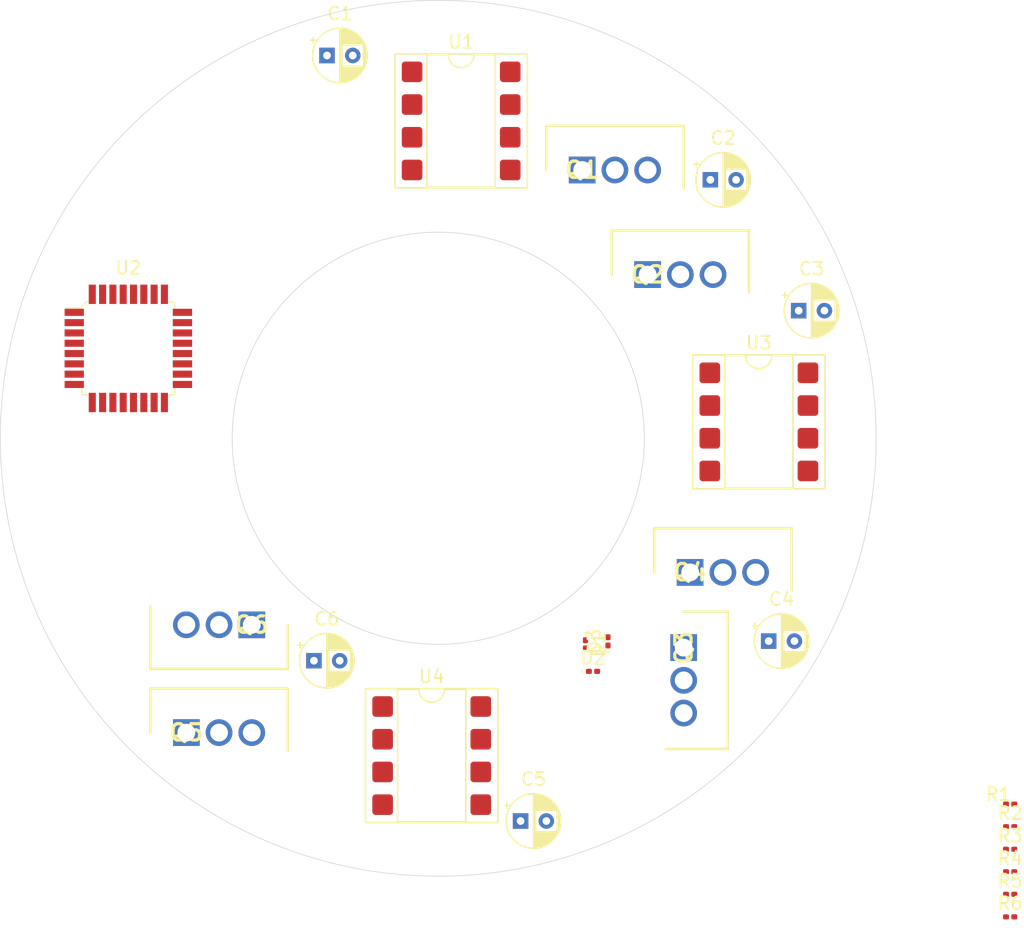
<source format=kicad_pcb>
(kicad_pcb (version 20241229) (generator "pcbnew") (generator_version "9.0")
  (layers (0 "F.Cu" signal) (2 "B.Cu" signal) (13 "F.Paste" user) (15 "B.Paste" user) (5 "F.SilkS" user "F.Silkscreen") (7 "B.SilkS" user "B.Silkscreen") (1 "F.Mask" user) (3 "B.Mask" user) (25 "Edge.Cuts" user))
  (net 0 "")
  (net 1 "Net-(D1-K)")
  (net 2 "+36V")
  (net 3 "Net-(Q1-Pad1)")
  (net 4 "Net-(U1-VS)")
  (net 5 "Net-(Q2-Pad1)")
  (net 6 "GND")
  (net 7 "Net-(U1-HO)")
  (net 9 "Net-(U1-LO)")
  (net 11 "Net-(U3-VS)")
  (net 12 "Net-(D2-K)")
  (net 13 "Net-(U4-VS)")
  (net 14 "Net-(D3-K)")
  (net 15 "Net-(Q3-Pad1)")
  (net 16 "Net-(Q4-Pad1)")
  (net 17 "Net-(Q5-Pad1)")
  (net 18 "Net-(Q6-Pad1)")
  (net 19 "Net-(U3-HO)")
  (net 20 "Net-(U3-LO)")
  (net 21 "Net-(U4-HO)")
  (net 22 "Net-(U4-LO)")
  (footprint "Resistor_SMD:R_0201_0603Metric" (layer "F.Cu") (at 197.308 67.016)
    (property "Reference" "R1" (at -0.925 -0.762 0) (layer "F.SilkS"))
    (property "Value" "R")
    (pad "1" smd roundrect (at -0.32 0) (size 0.46 0.4) (layers "F.Cu" "F.Mask") (net 7 "Net-(U1-HO)"))
    (pad "2" smd roundrect (at 0.32 0) (size 0.46 0.4) (layers "F.Cu" "F.Mask") (net 3 "Net-(Q1-Pad1)"))
  )
  (footprint "Capacitor_THT:CP_Radial_D4.0mm_P2.00mm" (layer "F.Cu") (at 178.562 54.356)
    (property "Reference" "C4" (at 1 -3.25 0) (layer "F.SilkS"))
    (property "Value" "CAPACITOR")
    (pad "1" thru_hole rect (at 0 0) (size 1.2 1.2) (drill 0.6) (layers "*.Cu" "*.Mask") (net 12 "Net-(D2-K)"))
    (pad "2" thru_hole circle (at 2 0) (size 1.2 1.2) (drill 0.6) (layers "*.Cu" "*.Mask") (net 11 "Net-(U3-VS)"))
  )
  (footprint "Resistor_SMD:R_0201_0603Metric" (layer "F.Cu") (at 197.308 72.266)
    (property "Reference" "R4" (at 0 -1.05 0) (layer "F.SilkS"))
    (property "Value" "R")
    (pad "1" smd roundrect (at -0.32 0) (size 0.46 0.4) (layers "F.Cu" "F.Mask") (net 20 "Net-(U3-LO)"))
    (pad "2" smd roundrect (at 0.32 0) (size 0.46 0.4) (layers "F.Cu" "F.Mask") (net 16 "Net-(Q4-Pad1)"))
  )
  (footprint "IRF1405:TO254P483X1016X1994-3P" (layer "F.Cu") (at 133.35 61.462)
    (property "Reference" "Q5" (at 0 0 0) (layer "F.SilkS") (effects (font (size 1.27 1.27) (thickness 0.254))))
    (property "Value" "IRF1405" (hide yes))
    (pad "1" thru_hole rect (at 0 0) (size 2.07 2.07) (drill 1.38) (layers "*.Cu" "*.Mask") (net 17 "Net-(Q5-Pad1)"))
    (pad "2" thru_hole circle (at 2.54 0) (size 2.07 2.07) (drill 1.38) (layers "*.Cu" "*.Mask") (net 2 "+36V"))
    (pad "3" thru_hole circle (at 5.08 0) (size 2.07 2.07) (drill 1.38) (layers "*.Cu" "*.Mask") (net 13 "Net-(U4-VS)"))
  )
  (footprint "Diode_SMD:D_0201_0603Metric" (layer "F.Cu") (at 164.923 56.705)
    (property "Reference" "D2" (at 0 -1.05 0) (layer "F.SilkS"))
    (property "Value" "D")
    (pad "1" smd roundrect (at -0.32 0) (size 0.46 0.4) (layers "F.Cu" "F.Mask") (net 12 "Net-(D2-K)"))
    (pad "2" smd roundrect (at 0.32 0) (size 0.46 0.4) (layers "F.Cu" "F.Mask") (net 2 "+36V"))
  )
  (footprint "Package_DIP:DIP-8_W7.62mm_SMDSocket_SmallPads" (layer "F.Cu") (at 154.686 13.97)
    (property "Reference" "U1" (at 0 -6.14 0) (layer "F.SilkS"))
    (property "Value" "IR2101")
    (pad "1" smd roundrect (at -3.81 -3.81) (size 1.6 1.6) (layers "F.Cu" "F.Mask" "F.Paste") (roundrect_rratio 0.15625) (net 2 "+36V"))
    (pad "2" smd roundrect (at -3.81 -1.27) (size 1.6 1.6) (layers "F.Cu" "F.Mask" "F.Paste") (roundrect_rratio 0.15625))
    (pad "3" smd roundrect (at -3.81 1.27) (size 1.6 1.6) (layers "F.Cu" "F.Mask" "F.Paste") (roundrect_rratio 0.15625))
    (pad "4" smd roundrect (at -3.81 3.81) (size 1.6 1.6) (layers "F.Cu" "F.Mask" "F.Paste") (roundrect_rratio 0.15625) (net 6 "GND"))
    (pad "5" smd roundrect (at 3.81 3.81) (size 1.6 1.6) (layers "F.Cu" "F.Mask" "F.Paste") (roundrect_rratio 0.15625) (net 9 "Net-(U1-LO)"))
    (pad "6" smd roundrect (at 3.81 1.27) (size 1.6 1.6) (layers "F.Cu" "F.Mask" "F.Paste") (roundrect_rratio 0.15625) (net 4 "Net-(U1-VS)"))
    (pad "7" smd roundrect (at 3.81 -1.27) (size 1.6 1.6) (layers "F.Cu" "F.Mask" "F.Paste") (roundrect_rratio 0.15625) (net 7 "Net-(U1-HO)"))
    (pad "8" smd roundrect (at 3.81 -3.81) (size 1.6 1.6) (layers "F.Cu" "F.Mask" "F.Paste") (roundrect_rratio 0.15625) (net 1 "Net-(D1-K)"))
  )
  (footprint "Capacitor_THT:CP_Radial_D4.0mm_P2.00mm" (layer "F.Cu") (at 180.891401 28.702)
    (property "Reference" "C3" (at 1 -3.25 0) (layer "F.SilkS"))
    (property "Value" "CAPACITOR")
    (pad "1" thru_hole rect (at 0 0) (size 1.2 1.2) (drill 0.6) (layers "*.Cu" "*.Mask") (net 1 "Net-(D1-K)"))
    (pad "2" thru_hole circle (at 2 0) (size 1.2 1.2) (drill 0.6) (layers "*.Cu" "*.Mask") (net 4 "Net-(U1-VS)"))
  )
  (footprint "Resistor_SMD:R_0201_0603Metric" (layer "F.Cu") (at 197.308 75.766)
    (property "Reference" "R6" (at 0 -1.05 0) (layer "F.SilkS"))
    (property "Value" "R")
    (pad "1" smd roundrect (at -0.32 0) (size 0.46 0.4) (layers "F.Cu" "F.Mask") (net 22 "Net-(U4-LO)"))
    (pad "2" smd roundrect (at 0.32 0) (size 0.46 0.4) (layers "F.Cu" "F.Mask") (net 18 "Net-(Q6-Pad1)"))
  )
  (footprint "Resistor_SMD:R_0201_0603Metric" (layer "F.Cu") (at 197.308 68.766)
    (property "Reference" "R2" (at 0 -1.05 0) (layer "F.SilkS"))
    (property "Value" "R")
    (pad "1" smd roundrect (at -0.32 0) (size 0.46 0.4) (layers "F.Cu" "F.Mask") (net 9 "Net-(U1-LO)"))
    (pad "2" smd roundrect (at 0.32 0) (size 0.46 0.4) (layers "F.Cu" "F.Mask") (net 5 "Net-(Q2-Pad1)"))
  )
  (footprint "Package_DIP:DIP-8_W7.62mm_SMDSocket_SmallPads" (layer "F.Cu") (at 152.4 63.246)
    (property "Reference" "U4" (at 0 -6.14 0) (layer "F.SilkS"))
    (property "Value" "IR2101")
    (pad "1" smd roundrect (at -3.81 -3.81) (size 1.6 1.6) (layers "F.Cu" "F.Mask" "F.Paste") (roundrect_rratio 0.15625) (net 2 "+36V"))
    (pad "2" smd roundrect (at -3.81 -1.27) (size 1.6 1.6) (layers "F.Cu" "F.Mask" "F.Paste") (roundrect_rratio 0.15625))
    (pad "3" smd roundrect (at -3.81 1.27) (size 1.6 1.6) (layers "F.Cu" "F.Mask" "F.Paste") (roundrect_rratio 0.15625))
    (pad "4" smd roundrect (at -3.81 3.81) (size 1.6 1.6) (layers "F.Cu" "F.Mask" "F.Paste") (roundrect_rratio 0.15625) (net 6 "GND"))
    (pad "5" smd roundrect (at 3.81 3.81) (size 1.6 1.6) (layers "F.Cu" "F.Mask" "F.Paste") (roundrect_rratio 0.15625) (net 22 "Net-(U4-LO)"))
    (pad "6" smd roundrect (at 3.81 1.27) (size 1.6 1.6) (layers "F.Cu" "F.Mask" "F.Paste") (roundrect_rratio 0.15625) (net 13 "Net-(U4-VS)"))
    (pad "7" smd roundrect (at 3.81 -1.27) (size 1.6 1.6) (layers "F.Cu" "F.Mask" "F.Paste") (roundrect_rratio 0.15625) (net 21 "Net-(U4-HO)"))
    (pad "8" smd roundrect (at 3.81 -3.81) (size 1.6 1.6) (layers "F.Cu" "F.Mask" "F.Paste") (roundrect_rratio 0.15625) (net 14 "Net-(D3-K)"))
  )
  (footprint "Diode_SMD:D_0201_0603Metric" (layer "F.Cu") (at 164.338 54.61 -90)
    (property "Reference" "D1" (at 0 -1.05 90) (layer "F.SilkS"))
    (property "Value" "D")
    (pad "1" smd roundrect (at -0.32 0 270) (size 0.46 0.4) (layers "F.Cu" "F.Mask") (net 1 "Net-(D1-K)"))
    (pad "2" smd roundrect (at 0.32 0 270) (size 0.46 0.4) (layers "F.Cu" "F.Mask") (net 2 "+36V"))
  )
  (footprint "Capacitor_THT:CP_Radial_D4.0mm_P2.00mm" (layer "F.Cu") (at 143.256 55.88)
    (property "Reference" "C6" (at 1 -3.25 0) (layer "F.SilkS"))
    (property "Value" "CAPACITOR")
    (pad "1" thru_hole rect (at 0 0) (size 1.2 1.2) (drill 0.6) (layers "*.Cu" "*.Mask") (net 14 "Net-(D3-K)"))
    (pad "2" thru_hole circle (at 2 0) (size 1.2 1.2) (drill 0.6) (layers "*.Cu" "*.Mask") (net 13 "Net-(U4-VS)"))
  )
  (footprint "Package_DIP:DIP-8_W7.62mm_SMDSocket_SmallPads" (layer "F.Cu") (at 177.8 37.338)
    (property "Reference" "U3" (at 0 -6.14 0) (layer "F.SilkS"))
    (property "Value" "IR2101")
    (pad "1" smd roundrect (at -3.81 -3.81) (size 1.6 1.6) (layers "F.Cu" "F.Mask" "F.Paste") (roundrect_rratio 0.15625) (net 2 "+36V"))
    (pad "2" smd roundrect (at -3.81 -1.27) (size 1.6 1.6) (layers "F.Cu" "F.Mask" "F.Paste") (roundrect_rratio 0.15625))
    (pad "3" smd roundrect (at -3.81 1.27) (size 1.6 1.6) (layers "F.Cu" "F.Mask" "F.Paste") (roundrect_rratio 0.15625))
    (pad "4" smd roundrect (at -3.81 3.81) (size 1.6 1.6) (layers "F.Cu" "F.Mask" "F.Paste") (roundrect_rratio 0.15625) (net 6 "GND"))
    (pad "5" smd roundrect (at 3.81 3.81) (size 1.6 1.6) (layers "F.Cu" "F.Mask" "F.Paste") (roundrect_rratio 0.15625) (net 20 "Net-(U3-LO)"))
    (pad "6" smd roundrect (at 3.81 1.27) (size 1.6 1.6) (layers "F.Cu" "F.Mask" "F.Paste") (roundrect_rratio 0.15625) (net 11 "Net-(U3-VS)"))
    (pad "7" smd roundrect (at 3.81 -1.27) (size 1.6 1.6) (layers "F.Cu" "F.Mask" "F.Paste") (roundrect_rratio 0.15625) (net 19 "Net-(U3-HO)"))
    (pad "8" smd roundrect (at 3.81 -3.81) (size 1.6 1.6) (layers "F.Cu" "F.Mask" "F.Paste") (roundrect_rratio 0.15625) (net 12 "Net-(D2-K)"))
  )
  (footprint "IRF1405:TO254P483X1016X1994-3P" (layer "F.Cu") (at 169.164 25.902)
    (property "Reference" "Q2" (at 0 0 0) (layer "F.SilkS") (effects (font (size 1.27 1.27) (thickness 0.254))))
    (property "Value" "IRF1405" (hide yes))
    (pad "1" thru_hole rect (at 0 0) (size 2.07 2.07) (drill 1.38) (layers "*.Cu" "*.Mask") (net 5 "Net-(Q2-Pad1)"))
    (pad "2" thru_hole circle (at 2.54 0) (size 2.07 2.07) (drill 1.38) (layers "*.Cu" "*.Mask") (net 4 "Net-(U1-VS)"))
    (pad "3" thru_hole circle (at 5.08 0) (size 2.07 2.07) (drill 1.38) (layers "*.Cu" "*.Mask") (net 6 "GND"))
  )
  (footprint "IRF1405:TO254P483X1016X1994-3P" (layer "F.Cu") (at 164.084 17.78)
    (property "Reference" "Q1" (at 0 0 0) (layer "F.SilkS") (effects (font (size 1.27 1.27) (thickness 0.254))))
    (property "Value" "IRF1405" (hide yes))
    (pad "1" thru_hole rect (at 0 0) (size 2.07 2.07) (drill 1.38) (layers "*.Cu" "*.Mask") (net 3 "Net-(Q1-Pad1)"))
    (pad "2" thru_hole circle (at 2.54 0) (size 2.07 2.07) (drill 1.38) (layers "*.Cu" "*.Mask") (net 2 "+36V"))
    (pad "3" thru_hole circle (at 5.08 0) (size 2.07 2.07) (drill 1.38) (layers "*.Cu" "*.Mask") (net 4 "Net-(U1-VS)"))
  )
  (footprint "Capacitor_THT:CP_Radial_D4.0mm_P2.00mm" (layer "F.Cu") (at 159.301401 68.326)
    (property "Reference" "C5" (at 1 -3.25 0) (layer "F.SilkS"))
    (property "Value" "C_Polarized")
    (pad "1" thru_hole rect (at 0 0) (size 1.2 1.2) (drill 0.6) (layers "*.Cu" "*.Mask") (net 2 "+36V"))
    (pad "2" thru_hole circle (at 2 0) (size 1.2 1.2) (drill 0.6) (layers "*.Cu" "*.Mask") (net 6 "GND"))
  )
  (footprint "IRF1405:TO254P483X1016X1994-3P" (layer "F.Cu") (at 171.964 54.864 -90)
    (property "Reference" "Q3" (at 0 0 90) (layer "F.SilkS") (effects (font (size 1.27 1.27) (thickness 0.254))))
    (property "Value" "IRF1405" (hide yes))
    (pad "1" thru_hole rect (at 0 0 270) (size 2.07 2.07) (drill 1.38) (layers "*.Cu" "*.Mask") (net 15 "Net-(Q3-Pad1)"))
    (pad "2" thru_hole circle (at 2.54 0 270) (size 2.07 2.07) (drill 1.38) (layers "*.Cu" "*.Mask") (net 2 "+36V"))
    (pad "3" thru_hole circle (at 5.08 0 270) (size 2.07 2.07) (drill 1.38) (layers "*.Cu" "*.Mask") (net 11 "Net-(U3-VS)"))
  )
  (footprint "Resistor_SMD:R_0201_0603Metric" (layer "F.Cu") (at 197.308 74.016)
    (property "Reference" "R5" (at 0 -1.05 0) (layer "F.SilkS"))
    (property "Value" "R")
    (pad "1" smd roundrect (at -0.32 0) (size 0.46 0.4) (layers "F.Cu" "F.Mask") (net 21 "Net-(U4-HO)"))
    (pad "2" smd roundrect (at 0.32 0) (size 0.46 0.4) (layers "F.Cu" "F.Mask") (net 17 "Net-(Q5-Pad1)"))
  )
  (footprint "digikey-footprints:TQFP-32_7x7mm" (layer "F.Cu") (at 128.848 31.632)
    (property "Reference" "U2" (at 0 -6.25 0) (layer "F.SilkS"))
    (property "Value" "ATMEGA328P-AU")
    (pad "1" smd rect (at -4.2 -2.8) (size 1.5 0.55) (layers "F.Cu" "F.Mask" "F.Paste"))
    (pad "2" smd rect (at -4.2 -2) (size 1.5 0.55) (layers "F.Cu" "F.Mask" "F.Paste"))
    (pad "3" smd rect (at -4.2 -1.2) (size 1.5 0.55) (layers "F.Cu" "F.Mask" "F.Paste"))
    (pad "4" smd rect (at -4.2 -0.4) (size 1.5 0.55) (layers "F.Cu" "F.Mask" "F.Paste"))
    (pad "5" smd rect (at -4.2 0.4) (size 1.5 0.55) (layers "F.Cu" "F.Mask" "F.Paste"))
    (pad "6" smd rect (at -4.2 1.2) (size 1.5 0.55) (layers "F.Cu" "F.Mask" "F.Paste"))
    (pad "7" smd rect (at -4.2 2) (size 1.5 0.55) (layers "F.Cu" "F.Mask" "F.Paste"))
    (pad "8" smd rect (at -4.2 2.8) (size 1.5 0.55) (layers "F.Cu" "F.Mask" "F.Paste"))
    (pad "9" smd rect (at -2.8 4.2) (size 0.55 1.5) (layers "F.Cu" "F.Mask" "F.Paste"))
    (pad "10" smd rect (at -2 4.2) (size 0.55 1.5) (layers "F.Cu" "F.Mask" "F.Paste"))
    (pad "11" smd rect (at -1.2 4.2) (size 0.55 1.5) (layers "F.Cu" "F.Mask" "F.Paste"))
    (pad "12" smd rect (at -0.4 4.2) (size 0.55 1.5) (layers "F.Cu" "F.Mask" "F.Paste"))
    (pad "13" smd rect (at 0.4 4.2) (size 0.55 1.5) (layers "F.Cu" "F.Mask" "F.Paste"))
    (pad "14" smd rect (at 1.2 4.2) (size 0.55 1.5) (layers "F.Cu" "F.Mask" "F.Paste"))
    (pad "15" smd rect (at 2 4.2) (size 0.55 1.5) (layers "F.Cu" "F.Mask" "F.Paste"))
    (pad "16" smd rect (at 2.8 4.2) (size 0.55 1.5) (layers "F.Cu" "F.Mask" "F.Paste"))
    (pad "17" smd rect (at 4.2 2.8) (size 1.5 0.55) (layers "F.Cu" "F.Mask" "F.Paste"))
    (pad "18" smd rect (at 4.2 2) (size 1.5 0.55) (layers "F.Cu" "F.Mask" "F.Paste"))
    (pad "19" smd rect (at 4.2 1.2) (size 1.5 0.55) (layers "F.Cu" "F.Mask" "F.Paste"))
    (pad "20" smd rect (at 4.2 0.4) (size 1.5 0.55) (layers "F.Cu" "F.Mask" "F.Paste"))
    (pad "21" smd rect (at 4.2 -0.4) (size 1.5 0.55) (layers "F.Cu" "F.Mask" "F.Paste"))
    (pad "22" smd rect (at 4.2 -1.2) (size 1.5 0.55) (layers "F.Cu" "F.Mask" "F.Paste"))
    (pad "23" smd rect (at 4.2 -2) (size 1.5 0.55) (layers "F.Cu" "F.Mask" "F.Paste"))
    (pad "24" smd rect (at 4.2 -2.8) (size 1.5 0.55) (layers "F.Cu" "F.Mask" "F.Paste"))
    (pad "25" smd rect (at 2.8 -4.2) (size 0.55 1.5) (layers "F.Cu" "F.Mask" "F.Paste"))
    (pad "26" smd rect (at 2 -4.2) (size 0.55 1.5) (layers "F.Cu" "F.Mask" "F.Paste"))
    (pad "27" smd rect (at 1.2 -4.2) (size 0.55 1.5) (layers "F.Cu" "F.Mask" "F.Paste"))
    (pad "28" smd rect (at 0.4 -4.2) (size 0.55 1.5) (layers "F.Cu" "F.Mask" "F.Paste"))
    (pad "29" smd rect (at -0.4 -4.2) (size 0.55 1.5) (layers "F.Cu" "F.Mask" "F.Paste"))
    (pad "30" smd rect (at -1.2 -4.2) (size 0.55 1.5) (layers "F.Cu" "F.Mask" "F.Paste"))
    (pad "31" smd rect (at -2 -4.2) (size 0.55 1.5) (layers "F.Cu" "F.Mask" "F.Paste"))
    (pad "32" smd rect (at -2.8 -4.2) (size 0.55 1.5) (layers "F.Cu" "F.Mask" "F.Paste"))
  )
  (footprint "Capacitor_THT:CP_Radial_D4.0mm_P2.00mm" (layer "F.Cu") (at 174.033401 18.542)
    (property "Reference" "C2" (at 1 -3.25 0) (layer "F.SilkS"))
    (property "Value" "C_Polarized")
    (pad "1" thru_hole rect (at 0 0) (size 1.2 1.2) (drill 0.6) (layers "*.Cu" "*.Mask") (net 2 "+36V"))
    (pad "2" thru_hole circle (at 2 0) (size 1.2 1.2) (drill 0.6) (layers "*.Cu" "*.Mask") (net 6 "GND"))
  )
  (footprint "IRF1405:TO254P483X1016X1994-3P" (layer "F.Cu") (at 138.43 53.092 180)
    (property "Reference" "Q6" (at 0 0 0) (layer "F.SilkS") (effects (font (size 1.27 1.27) (thickness 0.254))))
    (property "Value" "IRF1405" (hide yes))
    (pad "1" thru_hole rect (at 0 0 180) (size 2.07 2.07) (drill 1.38) (layers "*.Cu" "*.Mask") (net 18 "Net-(Q6-Pad1)"))
    (pad "2" thru_hole circle (at 2.54 0 180) (size 2.07 2.07) (drill 1.38) (layers "*.Cu" "*.Mask") (net 13 "Net-(U4-VS)"))
    (pad "3" thru_hole circle (at 5.08 0 180) (size 2.07 2.07) (drill 1.38) (layers "*.Cu" "*.Mask") (net 6 "GND"))
  )
  (footprint "IRF1405:TO254P483X1016X1994-3P" (layer "F.Cu") (at 172.466 49.022)
    (property "Reference" "Q4" (at 0 0 0) (layer "F.SilkS") (effects (font (size 1.27 1.27) (thickness 0.254))))
    (property "Value" "IRF1405" (hide yes))
    (pad "1" thru_hole rect (at 0 0) (size 2.07 2.07) (drill 1.38) (layers "*.Cu" "*.Mask") (net 16 "Net-(Q4-Pad1)"))
    (pad "2" thru_hole circle (at 2.54 0) (size 2.07 2.07) (drill 1.38) (layers "*.Cu" "*.Mask") (net 11 "Net-(U3-VS)"))
    (pad "3" thru_hole circle (at 5.08 0) (size 2.07 2.07) (drill 1.38) (layers "*.Cu" "*.Mask") (net 6 "GND"))
  )
  (footprint "Resistor_SMD:R_0201_0603Metric" (layer "F.Cu") (at 197.308 70.516)
    (property "Reference" "R3" (at 0 -1.05 0) (layer "F.SilkS"))
    (property "Value" "R")
    (pad "1" smd roundrect (at -0.32 0) (size 0.46 0.4) (layers "F.Cu" "F.Mask") (net 19 "Net-(U3-HO)"))
    (pad "2" smd roundrect (at 0.32 0) (size 0.46 0.4) (layers "F.Cu" "F.Mask") (net 15 "Net-(Q3-Pad1)"))
  )
  (footprint "Capacitor_THT:CP_Radial_D4.0mm_P2.00mm" (layer "F.Cu") (at 144.272 8.89)
    (property "Reference" "C1" (at 1 -3.25 0) (layer "F.SilkS"))
    (property "Value" "C_Polarized")
    (pad "1" thru_hole rect (at 0 0) (size 1.2 1.2) (drill 0.6) (layers "*.Cu" "*.Mask") (net 2 "+36V"))
    (pad "2" thru_hole circle (at 2 0) (size 1.2 1.2) (drill 0.6) (layers "*.Cu" "*.Mask") (net 6 "GND"))
  )
  (footprint "Diode_SMD:D_0201_0603Metric" (layer "F.Cu") (at 166.088 54.375 90)
    (property "Reference" "D3" (at 0 -1.05 90) (layer "F.SilkS"))
    (property "Value" "D")
    (pad "1" smd roundrect (at -0.32 0 90) (size 0.46 0.4) (layers "F.Cu" "F.Mask") (net 14 "Net-(D3-K)"))
    (pad "2" smd roundrect (at 0.32 0 90) (size 0.46 0.4) (layers "F.Cu" "F.Mask") (net 2 "+36V"))
  )
  (gr_circle (center 152.908 38.608) (end 168.908 38.608) (stroke (width 0.05)) (fill no) (layer "Edge.Cuts"))
  (gr_circle (center 152.908 38.608) (end 186.908 38.608) (stroke (width 0.05)) (fill no) (layer "Edge.Cuts"))
)
</source>
